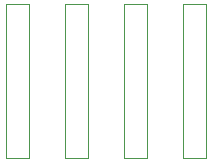
<source format=gbr>
G04 #@! TF.GenerationSoftware,KiCad,Pcbnew,5.0.1*
G04 #@! TF.CreationDate,2018-12-04T10:53:53+13:00*
G04 #@! TF.ProjectId,jake_small,6A616B655F736D616C6C2E6B69636164,rev?*
G04 #@! TF.SameCoordinates,Original*
G04 #@! TF.FileFunction,Glue,Top*
G04 #@! TF.FilePolarity,Positive*
%FSLAX46Y46*%
G04 Gerber Fmt 4.6, Leading zero omitted, Abs format (unit mm)*
G04 Created by KiCad (PCBNEW 5.0.1) date Tue 04 Dec 2018 10:53:53 NZDT*
%MOMM*%
%LPD*%
G01*
G04 APERTURE LIST*
%ADD10C,0.100000*%
G04 APERTURE END LIST*
D10*
X156000000Y-40500000D02*
X156000000Y-53500000D01*
X154000000Y-53500000D02*
X154000000Y-40500000D01*
X154000000Y-40500000D02*
X156000000Y-40500000D01*
X156000000Y-53500000D02*
X154000000Y-53500000D01*
X149000000Y-40500000D02*
X151000000Y-40500000D01*
X151000000Y-53500000D02*
X149000000Y-53500000D01*
X149000000Y-53500000D02*
X149000000Y-40500000D01*
X151000000Y-40500000D02*
X151000000Y-53500000D01*
X146000000Y-53500000D02*
X144000000Y-53500000D01*
X144000000Y-53500000D02*
X144000000Y-40500000D01*
X146000000Y-40500000D02*
X146000000Y-53500000D01*
X144000000Y-40500000D02*
X146000000Y-40500000D01*
X139000000Y-53500000D02*
X139000000Y-40500000D01*
X141000000Y-53500000D02*
X139000000Y-53500000D01*
X141000000Y-40500000D02*
X141000000Y-53500000D01*
X139000000Y-40500000D02*
X141000000Y-40500000D01*
M02*

</source>
